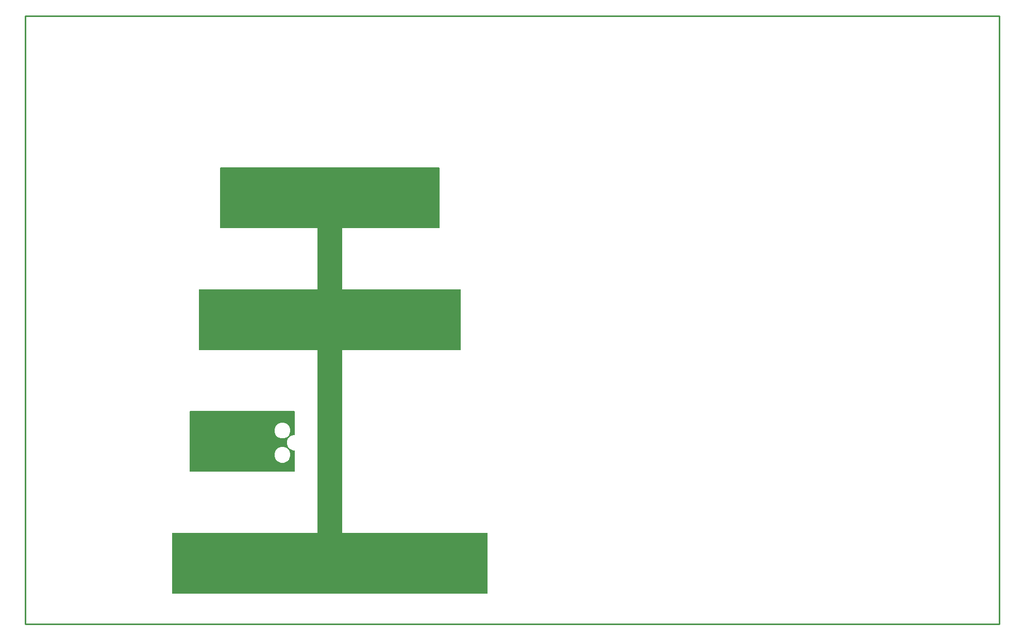
<source format=gbr>
G04 EAGLE Gerber RS-274X export*
G75*
%MOMM*%
%FSLAX34Y34*%
%LPD*%
%INTop Copper*%
%IPPOS*%
%AMOC8*
5,1,8,0,0,1.08239X$1,22.5*%
G01*
G04 Define Apertures*
%ADD10C,0.254000*%
G36*
X758835Y50060D02*
X758538Y50000D01*
X242562Y50000D01*
X242287Y50051D01*
X242032Y50215D01*
X241860Y50465D01*
X241800Y50762D01*
X241800Y149238D01*
X241851Y149513D01*
X242015Y149768D01*
X242265Y149940D01*
X242562Y150000D01*
X480548Y150000D01*
X480588Y150006D01*
X480591Y150007D01*
X480600Y150062D01*
X480600Y450348D01*
X480594Y450388D01*
X480593Y450391D01*
X480538Y450400D01*
X286162Y450400D01*
X285887Y450451D01*
X285632Y450615D01*
X285460Y450865D01*
X285400Y451162D01*
X285400Y549638D01*
X285451Y549913D01*
X285615Y550168D01*
X285865Y550340D01*
X286162Y550400D01*
X480548Y550400D01*
X480588Y550406D01*
X480591Y550407D01*
X480600Y550462D01*
X480600Y650548D01*
X480594Y650588D01*
X480593Y650591D01*
X480538Y650600D01*
X321162Y650600D01*
X320887Y650651D01*
X320632Y650815D01*
X320460Y651065D01*
X320400Y651362D01*
X320400Y749838D01*
X320451Y750113D01*
X320615Y750368D01*
X320865Y750540D01*
X321162Y750600D01*
X680038Y750600D01*
X680313Y750549D01*
X680568Y750385D01*
X680740Y750135D01*
X680800Y749838D01*
X680800Y651362D01*
X680749Y651087D01*
X680585Y650832D01*
X680335Y650660D01*
X680038Y650600D01*
X520652Y650600D01*
X520612Y650594D01*
X520609Y650593D01*
X520600Y650538D01*
X520600Y550452D01*
X520606Y550412D01*
X520607Y550409D01*
X520662Y550400D01*
X715038Y550400D01*
X715313Y550349D01*
X715568Y550185D01*
X715740Y549935D01*
X715800Y549638D01*
X715800Y451162D01*
X715749Y450887D01*
X715585Y450632D01*
X715335Y450460D01*
X715038Y450400D01*
X520652Y450400D01*
X520612Y450394D01*
X520609Y450393D01*
X520600Y450338D01*
X520600Y150052D01*
X520606Y150012D01*
X520607Y150009D01*
X520662Y150000D01*
X758538Y150000D01*
X758813Y149949D01*
X759068Y149785D01*
X759240Y149535D01*
X759300Y149238D01*
X759300Y50762D01*
X759249Y50487D01*
X759085Y50232D01*
X758835Y50060D01*
G37*
G36*
X442535Y250260D02*
X442238Y250200D01*
X271062Y250200D01*
X270787Y250251D01*
X270532Y250415D01*
X270360Y250665D01*
X270300Y250962D01*
X270300Y349438D01*
X270351Y349713D01*
X270515Y349968D01*
X270765Y350140D01*
X271062Y350200D01*
X442238Y350200D01*
X442513Y350149D01*
X442768Y349985D01*
X442940Y349735D01*
X443000Y349438D01*
X443000Y311563D01*
X442949Y311288D01*
X442785Y311033D01*
X442535Y310861D01*
X442238Y310801D01*
X440130Y310801D01*
X435477Y308873D01*
X431916Y305312D01*
X429989Y300659D01*
X429989Y295622D01*
X431916Y290969D01*
X435477Y287408D01*
X440130Y285481D01*
X442238Y285481D01*
X442513Y285429D01*
X442768Y285266D01*
X442940Y285016D01*
X443000Y284719D01*
X443000Y250962D01*
X442949Y250687D01*
X442785Y250432D01*
X442535Y250260D01*
G37*
%LPC*%
G36*
X420032Y305190D02*
X425168Y305190D01*
X429913Y307155D01*
X433545Y310787D01*
X435510Y315532D01*
X435510Y320668D01*
X433545Y325413D01*
X429913Y329045D01*
X425168Y331010D01*
X420032Y331010D01*
X415287Y329045D01*
X411655Y325413D01*
X409690Y320668D01*
X409690Y315532D01*
X411655Y310787D01*
X415287Y307155D01*
X420032Y305190D01*
G37*
G36*
X420032Y265200D02*
X425168Y265200D01*
X429913Y267165D01*
X433545Y270797D01*
X435510Y275542D01*
X435510Y280678D01*
X433545Y285423D01*
X429913Y289055D01*
X425168Y291020D01*
X420032Y291020D01*
X415287Y289055D01*
X411655Y285423D01*
X409690Y280678D01*
X409690Y275542D01*
X411655Y270797D01*
X415287Y267165D01*
X420032Y265200D01*
G37*
%LPD*%
D10*
X0Y0D02*
X1600000Y0D01*
X1600000Y1000000D01*
X0Y1000000D01*
X0Y0D01*
M02*

</source>
